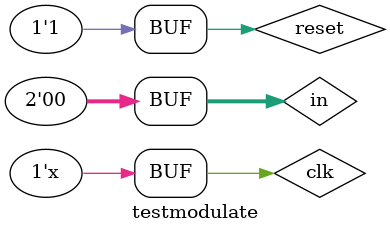
<source format=v>
module testmodulate;
	reg clk;
	reg [1:0]in;
	reg reset;
	wire out;

	modulate mtest(.clk(clk),.reset(reset),.in(in),.out(out));

	always
	begin
		#2 clk = ~clk;
	end

	initial
	begin
		reset 	<=	1'b1;
		#5 reset <= 1'b0;
		#5 reset <= 1'b1;
		clk <= 1'b0;
		in 	<= 2'd0;
		#512 in <= 2'd1;
		#512 in <= 2'd2;
		#512 in <= 2'd3;
		#512 in <= 2'd0;
		#512 in <= 2'd2;
		#512 in <= 2'd0;
		#512 in <= 2'd3;
		#512 in <= 2'd1;
		#512 in <= 2'd3;
		#512 in <= 2'd2;
		#512 in <= 2'd1;
		#512 in <= 2'd0;
	end


endmodule
</source>
